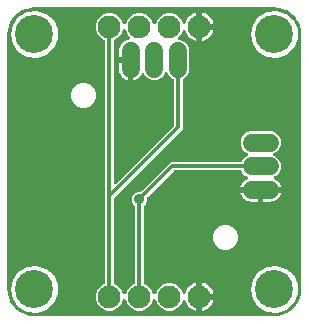
<source format=gbr>
G04 EAGLE Gerber RS-274X export*
G75*
%MOMM*%
%FSLAX34Y34*%
%LPD*%
%INBottom Copper*%
%IPPOS*%
%AMOC8*
5,1,8,0,0,1.08239X$1,22.5*%
G01*
%ADD10C,1.500000*%
%ADD11C,3.216000*%
%ADD12C,1.930400*%
%ADD13C,0.304800*%
%ADD14C,0.906400*%

G36*
X228622Y2543D02*
X228622Y2543D01*
X228700Y2545D01*
X232077Y2810D01*
X232145Y2824D01*
X232214Y2829D01*
X232370Y2869D01*
X238794Y4956D01*
X238901Y5006D01*
X239012Y5050D01*
X239063Y5083D01*
X239082Y5091D01*
X239097Y5104D01*
X239148Y5136D01*
X244612Y9107D01*
X244699Y9188D01*
X244746Y9227D01*
X244752Y9231D01*
X244753Y9232D01*
X244791Y9264D01*
X244829Y9310D01*
X244844Y9324D01*
X244855Y9342D01*
X244893Y9388D01*
X246586Y11717D01*
X246599Y11741D01*
X246616Y11761D01*
X246675Y11880D01*
X246739Y11996D01*
X246746Y12022D01*
X246758Y12046D01*
X246785Y12174D01*
X246799Y12185D01*
X246823Y12196D01*
X246925Y12280D01*
X247031Y12361D01*
X247048Y12382D01*
X247068Y12399D01*
X247171Y12523D01*
X248864Y14852D01*
X248921Y14956D01*
X248985Y15056D01*
X249007Y15113D01*
X249017Y15131D01*
X249022Y15151D01*
X249044Y15206D01*
X251131Y21630D01*
X251144Y21698D01*
X251167Y21764D01*
X251190Y21923D01*
X251455Y25300D01*
X251455Y25304D01*
X251456Y25307D01*
X251455Y25326D01*
X251459Y25400D01*
X251459Y241300D01*
X251457Y241322D01*
X251455Y241400D01*
X251190Y244777D01*
X251176Y244845D01*
X251171Y244914D01*
X251131Y245070D01*
X249044Y251494D01*
X248993Y251601D01*
X248950Y251712D01*
X248917Y251763D01*
X248909Y251782D01*
X248896Y251797D01*
X248864Y251848D01*
X247171Y254178D01*
X247153Y254197D01*
X247139Y254220D01*
X247044Y254313D01*
X246953Y254409D01*
X246931Y254424D01*
X246912Y254442D01*
X246798Y254508D01*
X246792Y254524D01*
X246789Y254551D01*
X246740Y254675D01*
X246697Y254800D01*
X246682Y254822D01*
X246672Y254847D01*
X246586Y254983D01*
X244893Y257312D01*
X244812Y257399D01*
X244736Y257491D01*
X244690Y257529D01*
X244676Y257544D01*
X244658Y257555D01*
X244612Y257593D01*
X239148Y261564D01*
X239044Y261621D01*
X238944Y261685D01*
X238887Y261707D01*
X238869Y261717D01*
X238849Y261722D01*
X238794Y261744D01*
X232370Y263831D01*
X232302Y263844D01*
X232236Y263867D01*
X232077Y263890D01*
X228700Y264155D01*
X228678Y264154D01*
X228600Y264159D01*
X25400Y264159D01*
X25378Y264157D01*
X25300Y264155D01*
X21923Y263890D01*
X21855Y263876D01*
X21786Y263871D01*
X21630Y263831D01*
X18892Y262941D01*
X18867Y262930D01*
X18841Y262924D01*
X18724Y262863D01*
X18604Y262806D01*
X18583Y262789D01*
X18560Y262777D01*
X18462Y262689D01*
X18445Y262688D01*
X18418Y262693D01*
X18286Y262685D01*
X18153Y262683D01*
X18128Y262675D01*
X18101Y262674D01*
X17945Y262634D01*
X15206Y261744D01*
X15099Y261693D01*
X14988Y261650D01*
X14937Y261617D01*
X14918Y261609D01*
X14903Y261596D01*
X14852Y261564D01*
X9388Y257593D01*
X9301Y257512D01*
X9209Y257436D01*
X9171Y257390D01*
X9156Y257376D01*
X9145Y257358D01*
X9107Y257312D01*
X5136Y251848D01*
X5079Y251744D01*
X5015Y251644D01*
X4993Y251587D01*
X4983Y251569D01*
X4978Y251549D01*
X4956Y251494D01*
X2869Y245070D01*
X2856Y245002D01*
X2833Y244936D01*
X2810Y244777D01*
X2545Y241400D01*
X2546Y241378D01*
X2541Y241300D01*
X2541Y25400D01*
X2543Y25378D01*
X2545Y25300D01*
X2810Y21923D01*
X2824Y21855D01*
X2829Y21786D01*
X2869Y21630D01*
X4956Y15206D01*
X5006Y15099D01*
X5050Y14988D01*
X5083Y14937D01*
X5091Y14918D01*
X5104Y14903D01*
X5136Y14852D01*
X9107Y9388D01*
X9127Y9366D01*
X9138Y9348D01*
X9184Y9305D01*
X9188Y9301D01*
X9264Y9209D01*
X9310Y9171D01*
X9324Y9156D01*
X9342Y9145D01*
X9388Y9107D01*
X14852Y5136D01*
X14956Y5079D01*
X15056Y5015D01*
X15113Y4993D01*
X15131Y4983D01*
X15151Y4978D01*
X15206Y4956D01*
X17945Y4066D01*
X17971Y4061D01*
X17996Y4051D01*
X18127Y4031D01*
X18257Y4006D01*
X18284Y4008D01*
X18310Y4004D01*
X18441Y4018D01*
X18455Y4008D01*
X18474Y3989D01*
X18585Y3917D01*
X18694Y3842D01*
X18719Y3832D01*
X18742Y3818D01*
X18892Y3759D01*
X21630Y2869D01*
X21698Y2856D01*
X21764Y2833D01*
X21923Y2810D01*
X25300Y2545D01*
X25322Y2546D01*
X25400Y2541D01*
X228600Y2541D01*
X228622Y2543D01*
G37*
%LPC*%
G36*
X162245Y7157D02*
X162245Y7157D01*
X160420Y7751D01*
X158710Y8622D01*
X157157Y9750D01*
X155800Y11107D01*
X154672Y12660D01*
X153801Y14370D01*
X153373Y15686D01*
X153360Y15713D01*
X153353Y15742D01*
X153292Y15857D01*
X153237Y15974D01*
X153218Y15997D01*
X153204Y16024D01*
X153117Y16119D01*
X153035Y16219D01*
X153010Y16237D01*
X152990Y16259D01*
X152882Y16330D01*
X152777Y16406D01*
X152750Y16417D01*
X152725Y16434D01*
X152602Y16476D01*
X152482Y16523D01*
X152452Y16527D01*
X152424Y16537D01*
X152295Y16547D01*
X152166Y16563D01*
X152137Y16560D01*
X152107Y16562D01*
X151979Y16540D01*
X151851Y16524D01*
X151823Y16513D01*
X151794Y16508D01*
X151676Y16455D01*
X151555Y16407D01*
X151531Y16389D01*
X151504Y16377D01*
X151403Y16296D01*
X151297Y16220D01*
X151278Y16197D01*
X151255Y16179D01*
X151177Y16075D01*
X151095Y15975D01*
X151082Y15948D01*
X151064Y15924D01*
X150993Y15780D01*
X149606Y12431D01*
X146319Y9144D01*
X142024Y7365D01*
X137376Y7365D01*
X133081Y9144D01*
X129794Y12431D01*
X128173Y16346D01*
X128104Y16467D01*
X128039Y16589D01*
X128025Y16604D01*
X128015Y16622D01*
X127918Y16722D01*
X127825Y16825D01*
X127808Y16836D01*
X127794Y16851D01*
X127675Y16923D01*
X127559Y17000D01*
X127540Y17006D01*
X127523Y17017D01*
X127390Y17058D01*
X127258Y17103D01*
X127238Y17104D01*
X127219Y17110D01*
X127080Y17117D01*
X126941Y17128D01*
X126921Y17125D01*
X126901Y17125D01*
X126765Y17097D01*
X126628Y17074D01*
X126609Y17065D01*
X126590Y17061D01*
X126464Y17000D01*
X126338Y16943D01*
X126322Y16930D01*
X126304Y16921D01*
X126198Y16831D01*
X126090Y16744D01*
X126077Y16728D01*
X126062Y16715D01*
X125982Y16601D01*
X125898Y16490D01*
X125886Y16465D01*
X125879Y16455D01*
X125872Y16436D01*
X125827Y16346D01*
X124206Y12431D01*
X120919Y9144D01*
X116624Y7365D01*
X111976Y7365D01*
X107681Y9144D01*
X104394Y12431D01*
X102773Y16346D01*
X102704Y16467D01*
X102639Y16590D01*
X102625Y16605D01*
X102615Y16622D01*
X102518Y16722D01*
X102425Y16825D01*
X102408Y16836D01*
X102394Y16851D01*
X102275Y16923D01*
X102159Y17000D01*
X102140Y17006D01*
X102123Y17017D01*
X101990Y17058D01*
X101858Y17103D01*
X101838Y17104D01*
X101819Y17110D01*
X101680Y17117D01*
X101541Y17128D01*
X101521Y17125D01*
X101501Y17126D01*
X101365Y17097D01*
X101228Y17074D01*
X101209Y17065D01*
X101190Y17061D01*
X101064Y17000D01*
X100938Y16943D01*
X100922Y16930D01*
X100904Y16922D01*
X100798Y16831D01*
X100690Y16744D01*
X100677Y16728D01*
X100662Y16715D01*
X100582Y16601D01*
X100498Y16490D01*
X100486Y16465D01*
X100479Y16455D01*
X100472Y16436D01*
X100427Y16346D01*
X98806Y12431D01*
X95519Y9144D01*
X91224Y7365D01*
X86576Y7365D01*
X82281Y9144D01*
X78994Y12431D01*
X77215Y16726D01*
X77215Y21374D01*
X78994Y25669D01*
X82281Y28956D01*
X84560Y29900D01*
X84585Y29914D01*
X84613Y29923D01*
X84723Y29993D01*
X84836Y30057D01*
X84857Y30078D01*
X84882Y30094D01*
X84971Y30188D01*
X85064Y30278D01*
X85080Y30304D01*
X85100Y30325D01*
X85163Y30439D01*
X85231Y30550D01*
X85239Y30578D01*
X85254Y30604D01*
X85286Y30729D01*
X85324Y30854D01*
X85326Y30883D01*
X85333Y30912D01*
X85343Y31072D01*
X85343Y235628D01*
X85340Y235657D01*
X85342Y235686D01*
X85320Y235815D01*
X85303Y235943D01*
X85293Y235971D01*
X85288Y236000D01*
X85234Y236118D01*
X85186Y236239D01*
X85169Y236263D01*
X85157Y236290D01*
X85076Y236391D01*
X85000Y236496D01*
X84977Y236515D01*
X84958Y236538D01*
X84855Y236616D01*
X84755Y236699D01*
X84728Y236712D01*
X84704Y236729D01*
X84560Y236800D01*
X82281Y237744D01*
X78994Y241031D01*
X77215Y245326D01*
X77215Y249974D01*
X78994Y254269D01*
X82281Y257556D01*
X86576Y259335D01*
X91224Y259335D01*
X95519Y257556D01*
X98806Y254269D01*
X100427Y250354D01*
X100496Y250234D01*
X100561Y250111D01*
X100575Y250096D01*
X100585Y250078D01*
X100682Y249978D01*
X100775Y249875D01*
X100792Y249864D01*
X100806Y249850D01*
X100924Y249777D01*
X101041Y249700D01*
X101060Y249694D01*
X101077Y249683D01*
X101210Y249642D01*
X101342Y249597D01*
X101362Y249596D01*
X101381Y249590D01*
X101520Y249583D01*
X101659Y249572D01*
X101679Y249575D01*
X101699Y249575D01*
X101835Y249603D01*
X101972Y249626D01*
X101990Y249635D01*
X102010Y249639D01*
X102136Y249700D01*
X102262Y249757D01*
X102278Y249770D01*
X102296Y249779D01*
X102402Y249869D01*
X102510Y249956D01*
X102523Y249972D01*
X102538Y249985D01*
X102618Y250099D01*
X102702Y250210D01*
X102714Y250235D01*
X102721Y250245D01*
X102728Y250264D01*
X102773Y250354D01*
X104394Y254269D01*
X107681Y257556D01*
X111976Y259335D01*
X116624Y259335D01*
X120919Y257556D01*
X124206Y254269D01*
X125827Y250354D01*
X125896Y250234D01*
X125961Y250111D01*
X125975Y250096D01*
X125985Y250078D01*
X126082Y249978D01*
X126175Y249875D01*
X126192Y249864D01*
X126206Y249850D01*
X126324Y249777D01*
X126441Y249700D01*
X126460Y249694D01*
X126477Y249683D01*
X126610Y249642D01*
X126742Y249597D01*
X126762Y249596D01*
X126781Y249590D01*
X126920Y249583D01*
X127059Y249572D01*
X127079Y249575D01*
X127099Y249575D01*
X127235Y249603D01*
X127372Y249626D01*
X127390Y249635D01*
X127410Y249639D01*
X127536Y249700D01*
X127662Y249757D01*
X127678Y249770D01*
X127696Y249779D01*
X127802Y249869D01*
X127910Y249956D01*
X127923Y249972D01*
X127938Y249985D01*
X128018Y250099D01*
X128102Y250210D01*
X128114Y250235D01*
X128121Y250245D01*
X128128Y250264D01*
X128173Y250354D01*
X129794Y254269D01*
X133081Y257556D01*
X137376Y259335D01*
X142024Y259335D01*
X146319Y257556D01*
X149606Y254269D01*
X150993Y250920D01*
X151008Y250894D01*
X151017Y250866D01*
X151086Y250756D01*
X151150Y250644D01*
X151171Y250622D01*
X151187Y250597D01*
X151281Y250509D01*
X151372Y250415D01*
X151397Y250400D01*
X151419Y250379D01*
X151532Y250317D01*
X151643Y250249D01*
X151671Y250240D01*
X151698Y250226D01*
X151823Y250194D01*
X151947Y250156D01*
X151977Y250154D01*
X152006Y250147D01*
X152135Y250147D01*
X152264Y250140D01*
X152294Y250146D01*
X152324Y250146D01*
X152449Y250179D01*
X152576Y250205D01*
X152603Y250218D01*
X152632Y250225D01*
X152745Y250287D01*
X152862Y250344D01*
X152884Y250364D01*
X152911Y250378D01*
X153005Y250467D01*
X153104Y250551D01*
X153121Y250575D01*
X153143Y250596D01*
X153212Y250705D01*
X153287Y250811D01*
X153297Y250839D01*
X153313Y250864D01*
X153373Y251014D01*
X153801Y252330D01*
X154672Y254040D01*
X155800Y255593D01*
X157157Y256950D01*
X158710Y258078D01*
X160420Y258949D01*
X162245Y259543D01*
X162601Y259599D01*
X162601Y248880D01*
X162616Y248762D01*
X162623Y248643D01*
X162635Y248605D01*
X162641Y248565D01*
X162684Y248454D01*
X162721Y248341D01*
X162743Y248307D01*
X162758Y248269D01*
X162827Y248173D01*
X162891Y248072D01*
X162921Y248044D01*
X162944Y248012D01*
X163036Y247936D01*
X163123Y247854D01*
X163158Y247835D01*
X163189Y247809D01*
X163297Y247758D01*
X163401Y247701D01*
X163441Y247691D01*
X163477Y247673D01*
X163584Y247653D01*
X163554Y247649D01*
X163444Y247605D01*
X163331Y247569D01*
X163296Y247547D01*
X163259Y247532D01*
X163162Y247462D01*
X163062Y247399D01*
X163034Y247369D01*
X163001Y247345D01*
X162925Y247254D01*
X162844Y247167D01*
X162824Y247132D01*
X162799Y247100D01*
X162748Y246993D01*
X162690Y246888D01*
X162680Y246849D01*
X162663Y246813D01*
X162641Y246696D01*
X162611Y246580D01*
X162607Y246520D01*
X162603Y246500D01*
X162605Y246480D01*
X162601Y246420D01*
X162601Y235701D01*
X162245Y235757D01*
X160420Y236351D01*
X158710Y237222D01*
X157157Y238350D01*
X155800Y239707D01*
X154672Y241260D01*
X153801Y242970D01*
X153373Y244286D01*
X153360Y244313D01*
X153353Y244342D01*
X153292Y244457D01*
X153237Y244574D01*
X153218Y244597D01*
X153204Y244624D01*
X153117Y244719D01*
X153035Y244819D01*
X153010Y244837D01*
X152990Y244859D01*
X152882Y244930D01*
X152777Y245006D01*
X152750Y245017D01*
X152725Y245034D01*
X152602Y245076D01*
X152482Y245123D01*
X152452Y245127D01*
X152424Y245137D01*
X152295Y245147D01*
X152166Y245163D01*
X152137Y245160D01*
X152107Y245162D01*
X151979Y245140D01*
X151851Y245124D01*
X151823Y245113D01*
X151794Y245108D01*
X151676Y245055D01*
X151555Y245007D01*
X151531Y244989D01*
X151504Y244977D01*
X151403Y244896D01*
X151297Y244820D01*
X151278Y244797D01*
X151255Y244779D01*
X151177Y244675D01*
X151095Y244575D01*
X151082Y244548D01*
X151064Y244524D01*
X150993Y244380D01*
X149606Y241031D01*
X147314Y238739D01*
X147229Y238630D01*
X147140Y238523D01*
X147132Y238504D01*
X147119Y238488D01*
X147064Y238360D01*
X147005Y238235D01*
X147001Y238215D01*
X146993Y238196D01*
X146971Y238058D01*
X146945Y237922D01*
X146946Y237902D01*
X146943Y237882D01*
X146956Y237743D01*
X146965Y237605D01*
X146971Y237586D01*
X146973Y237566D01*
X147020Y237434D01*
X147063Y237303D01*
X147074Y237285D01*
X147080Y237266D01*
X147159Y237151D01*
X147233Y237034D01*
X147248Y237020D01*
X147259Y237003D01*
X147363Y236911D01*
X147465Y236816D01*
X147482Y236806D01*
X147497Y236793D01*
X147622Y236729D01*
X147743Y236662D01*
X147763Y236657D01*
X147781Y236648D01*
X147917Y236618D01*
X148051Y236583D01*
X148079Y236581D01*
X148091Y236578D01*
X148111Y236579D01*
X148212Y236573D01*
X148896Y236573D01*
X152400Y235121D01*
X155081Y232440D01*
X156533Y228936D01*
X156533Y210144D01*
X155081Y206640D01*
X152400Y203959D01*
X151660Y203652D01*
X151635Y203638D01*
X151607Y203628D01*
X151497Y203559D01*
X151384Y203495D01*
X151363Y203474D01*
X151338Y203458D01*
X151249Y203364D01*
X151156Y203273D01*
X151140Y203248D01*
X151120Y203227D01*
X151057Y203113D01*
X150989Y203002D01*
X150981Y202974D01*
X150966Y202948D01*
X150934Y202823D01*
X150896Y202698D01*
X150894Y202669D01*
X150887Y202640D01*
X150877Y202480D01*
X150877Y161087D01*
X148421Y158632D01*
X92828Y103039D01*
X92768Y102960D01*
X92700Y102888D01*
X92671Y102835D01*
X92634Y102787D01*
X92594Y102696D01*
X92546Y102610D01*
X92531Y102551D01*
X92507Y102495D01*
X92492Y102397D01*
X92467Y102302D01*
X92461Y102202D01*
X92457Y102181D01*
X92459Y102169D01*
X92457Y102141D01*
X92457Y31072D01*
X92460Y31043D01*
X92458Y31014D01*
X92480Y30885D01*
X92497Y30757D01*
X92507Y30729D01*
X92512Y30700D01*
X92566Y30582D01*
X92614Y30461D01*
X92631Y30437D01*
X92643Y30410D01*
X92724Y30309D01*
X92800Y30204D01*
X92823Y30185D01*
X92842Y30162D01*
X92945Y30084D01*
X93045Y30001D01*
X93072Y29988D01*
X93096Y29971D01*
X93240Y29900D01*
X95519Y28956D01*
X98806Y25669D01*
X100427Y21754D01*
X100496Y21634D01*
X100561Y21510D01*
X100575Y21496D01*
X100585Y21478D01*
X100682Y21378D01*
X100775Y21275D01*
X100792Y21264D01*
X100806Y21249D01*
X100924Y21177D01*
X101041Y21100D01*
X101060Y21094D01*
X101077Y21083D01*
X101210Y21042D01*
X101342Y20997D01*
X101362Y20996D01*
X101381Y20990D01*
X101520Y20983D01*
X101659Y20972D01*
X101679Y20975D01*
X101699Y20974D01*
X101835Y21003D01*
X101972Y21026D01*
X101990Y21035D01*
X102010Y21039D01*
X102136Y21100D01*
X102262Y21157D01*
X102278Y21170D01*
X102296Y21178D01*
X102402Y21269D01*
X102510Y21356D01*
X102523Y21372D01*
X102538Y21385D01*
X102618Y21499D01*
X102702Y21610D01*
X102714Y21635D01*
X102721Y21645D01*
X102728Y21664D01*
X102773Y21754D01*
X104394Y25669D01*
X107681Y28956D01*
X109960Y29900D01*
X109985Y29914D01*
X110013Y29923D01*
X110123Y29993D01*
X110236Y30057D01*
X110257Y30078D01*
X110282Y30094D01*
X110371Y30188D01*
X110464Y30278D01*
X110480Y30304D01*
X110500Y30325D01*
X110563Y30439D01*
X110631Y30550D01*
X110639Y30578D01*
X110654Y30604D01*
X110686Y30729D01*
X110724Y30854D01*
X110726Y30883D01*
X110733Y30912D01*
X110743Y31072D01*
X110743Y95347D01*
X110731Y95445D01*
X110728Y95544D01*
X110711Y95602D01*
X110703Y95663D01*
X110667Y95755D01*
X110639Y95850D01*
X110609Y95902D01*
X110586Y95958D01*
X110528Y96038D01*
X110478Y96124D01*
X110412Y96199D01*
X110400Y96216D01*
X110390Y96223D01*
X110372Y96245D01*
X108735Y97881D01*
X107735Y100294D01*
X107735Y102906D01*
X108735Y105319D01*
X110581Y107165D01*
X112994Y108165D01*
X115309Y108165D01*
X115407Y108177D01*
X115506Y108180D01*
X115564Y108197D01*
X115625Y108205D01*
X115717Y108241D01*
X115812Y108269D01*
X115864Y108299D01*
X115920Y108322D01*
X116000Y108380D01*
X116086Y108430D01*
X116161Y108496D01*
X116178Y108508D01*
X116185Y108518D01*
X116207Y108536D01*
X140767Y133097D01*
X199807Y133097D01*
X199836Y133100D01*
X199866Y133098D01*
X199994Y133120D01*
X200123Y133137D01*
X200150Y133147D01*
X200179Y133152D01*
X200298Y133206D01*
X200418Y133254D01*
X200442Y133271D01*
X200469Y133283D01*
X200570Y133364D01*
X200676Y133440D01*
X200694Y133463D01*
X200717Y133482D01*
X200796Y133585D01*
X200878Y133685D01*
X200891Y133712D01*
X200909Y133736D01*
X200980Y133880D01*
X201419Y134940D01*
X204100Y137621D01*
X205901Y138367D01*
X206022Y138436D01*
X206145Y138501D01*
X206160Y138515D01*
X206177Y138525D01*
X206277Y138622D01*
X206380Y138715D01*
X206391Y138732D01*
X206406Y138746D01*
X206479Y138865D01*
X206555Y138981D01*
X206561Y139000D01*
X206572Y139017D01*
X206613Y139150D01*
X206658Y139282D01*
X206660Y139302D01*
X206665Y139321D01*
X206672Y139460D01*
X206683Y139599D01*
X206680Y139619D01*
X206681Y139639D01*
X206653Y139775D01*
X206629Y139912D01*
X206620Y139931D01*
X206616Y139950D01*
X206555Y140076D01*
X206498Y140202D01*
X206486Y140218D01*
X206477Y140236D01*
X206386Y140342D01*
X206300Y140450D01*
X206283Y140463D01*
X206270Y140478D01*
X206156Y140558D01*
X206045Y140642D01*
X206020Y140654D01*
X206010Y140661D01*
X205991Y140668D01*
X205901Y140713D01*
X204100Y141459D01*
X201419Y144140D01*
X199967Y147644D01*
X199967Y151436D01*
X201419Y154940D01*
X204100Y157621D01*
X207604Y159073D01*
X226396Y159073D01*
X229900Y157621D01*
X232581Y154940D01*
X234033Y151436D01*
X234033Y147644D01*
X232581Y144140D01*
X229900Y141459D01*
X228099Y140713D01*
X227978Y140644D01*
X227855Y140579D01*
X227840Y140565D01*
X227823Y140555D01*
X227723Y140458D01*
X227620Y140365D01*
X227609Y140348D01*
X227594Y140334D01*
X227522Y140216D01*
X227445Y140099D01*
X227439Y140080D01*
X227428Y140063D01*
X227387Y139930D01*
X227342Y139798D01*
X227340Y139778D01*
X227335Y139759D01*
X227328Y139620D01*
X227317Y139481D01*
X227320Y139461D01*
X227319Y139441D01*
X227347Y139305D01*
X227371Y139168D01*
X227380Y139149D01*
X227384Y139130D01*
X227445Y139005D01*
X227502Y138878D01*
X227514Y138862D01*
X227523Y138844D01*
X227613Y138738D01*
X227700Y138630D01*
X227717Y138617D01*
X227730Y138602D01*
X227843Y138522D01*
X227955Y138438D01*
X227980Y138426D01*
X227990Y138419D01*
X228009Y138412D01*
X228099Y138367D01*
X229900Y137621D01*
X232581Y134940D01*
X234033Y131436D01*
X234033Y127644D01*
X232581Y124140D01*
X229900Y121459D01*
X228762Y120987D01*
X228684Y120943D01*
X228602Y120907D01*
X228546Y120864D01*
X228486Y120830D01*
X228421Y120767D01*
X228350Y120712D01*
X228307Y120657D01*
X228257Y120608D01*
X228210Y120532D01*
X228155Y120461D01*
X228127Y120397D01*
X228091Y120337D01*
X228065Y120252D01*
X228029Y120170D01*
X228018Y120100D01*
X227997Y120033D01*
X227993Y119944D01*
X227979Y119855D01*
X227985Y119786D01*
X227982Y119716D01*
X228000Y119628D01*
X228009Y119539D01*
X228032Y119473D01*
X228046Y119404D01*
X228086Y119324D01*
X228116Y119239D01*
X228155Y119181D01*
X228186Y119118D01*
X228244Y119050D01*
X228294Y118976D01*
X228347Y118930D01*
X228392Y118876D01*
X228466Y118825D01*
X228533Y118766D01*
X228640Y118702D01*
X228652Y118693D01*
X228659Y118691D01*
X228671Y118684D01*
X229762Y118128D01*
X231041Y117199D01*
X232159Y116081D01*
X233088Y114802D01*
X233805Y113394D01*
X234293Y111891D01*
X234310Y111789D01*
X217980Y111789D01*
X217862Y111774D01*
X217743Y111767D01*
X217705Y111754D01*
X217665Y111749D01*
X217554Y111706D01*
X217441Y111669D01*
X217407Y111647D01*
X217369Y111632D01*
X217273Y111563D01*
X217172Y111499D01*
X217144Y111469D01*
X217112Y111446D01*
X217036Y111354D01*
X217004Y111320D01*
X216999Y111328D01*
X216969Y111356D01*
X216945Y111389D01*
X216854Y111465D01*
X216767Y111546D01*
X216732Y111566D01*
X216700Y111591D01*
X216593Y111642D01*
X216488Y111700D01*
X216449Y111710D01*
X216413Y111727D01*
X216296Y111749D01*
X216180Y111779D01*
X216120Y111783D01*
X216100Y111787D01*
X216080Y111785D01*
X216020Y111789D01*
X199690Y111789D01*
X199707Y111891D01*
X200195Y113394D01*
X200912Y114802D01*
X201841Y116081D01*
X202959Y117199D01*
X204238Y118128D01*
X205329Y118684D01*
X205403Y118734D01*
X205482Y118776D01*
X205534Y118823D01*
X205592Y118862D01*
X205651Y118930D01*
X205717Y118990D01*
X205756Y119048D01*
X205802Y119101D01*
X205843Y119181D01*
X205892Y119255D01*
X205915Y119322D01*
X205947Y119384D01*
X205966Y119472D01*
X205995Y119556D01*
X206001Y119626D01*
X206016Y119695D01*
X206013Y119784D01*
X206020Y119873D01*
X206008Y119942D01*
X206006Y120012D01*
X205981Y120098D01*
X205966Y120187D01*
X205937Y120251D01*
X205918Y120318D01*
X205872Y120395D01*
X205835Y120477D01*
X205792Y120531D01*
X205756Y120592D01*
X205693Y120655D01*
X205637Y120725D01*
X205581Y120767D01*
X205531Y120817D01*
X205454Y120862D01*
X205383Y120916D01*
X205271Y120971D01*
X205258Y120979D01*
X205251Y120981D01*
X205238Y120987D01*
X204100Y121459D01*
X201419Y124140D01*
X200980Y125200D01*
X200965Y125225D01*
X200956Y125253D01*
X200886Y125363D01*
X200822Y125476D01*
X200802Y125497D01*
X200786Y125522D01*
X200691Y125611D01*
X200601Y125704D01*
X200576Y125720D01*
X200554Y125740D01*
X200440Y125803D01*
X200330Y125871D01*
X200301Y125879D01*
X200276Y125894D01*
X200150Y125926D01*
X200026Y125964D01*
X199996Y125966D01*
X199968Y125973D01*
X199807Y125983D01*
X144239Y125983D01*
X144141Y125971D01*
X144042Y125968D01*
X143984Y125951D01*
X143923Y125943D01*
X143831Y125907D01*
X143736Y125879D01*
X143684Y125849D01*
X143628Y125826D01*
X143548Y125768D01*
X143462Y125718D01*
X143387Y125652D01*
X143370Y125640D01*
X143363Y125630D01*
X143341Y125612D01*
X121236Y103507D01*
X121176Y103428D01*
X121108Y103356D01*
X121079Y103303D01*
X121042Y103255D01*
X121002Y103164D01*
X120954Y103078D01*
X120939Y103019D01*
X120915Y102963D01*
X120900Y102865D01*
X120875Y102770D01*
X120869Y102670D01*
X120865Y102649D01*
X120867Y102637D01*
X120865Y102609D01*
X120865Y100294D01*
X119865Y97881D01*
X118228Y96245D01*
X118168Y96166D01*
X118100Y96094D01*
X118071Y96041D01*
X118034Y95993D01*
X117994Y95902D01*
X117946Y95816D01*
X117931Y95757D01*
X117907Y95701D01*
X117892Y95603D01*
X117867Y95508D01*
X117861Y95408D01*
X117857Y95387D01*
X117859Y95375D01*
X117857Y95347D01*
X117857Y31072D01*
X117860Y31043D01*
X117858Y31014D01*
X117880Y30885D01*
X117897Y30757D01*
X117907Y30729D01*
X117912Y30700D01*
X117966Y30582D01*
X118014Y30461D01*
X118031Y30437D01*
X118043Y30410D01*
X118124Y30309D01*
X118200Y30204D01*
X118223Y30185D01*
X118242Y30162D01*
X118345Y30084D01*
X118445Y30001D01*
X118472Y29988D01*
X118496Y29971D01*
X118640Y29900D01*
X120919Y28956D01*
X124206Y25669D01*
X125827Y21754D01*
X125896Y21634D01*
X125961Y21511D01*
X125975Y21496D01*
X125985Y21478D01*
X126082Y21378D01*
X126175Y21275D01*
X126192Y21264D01*
X126206Y21250D01*
X126324Y21177D01*
X126441Y21100D01*
X126460Y21094D01*
X126477Y21083D01*
X126610Y21042D01*
X126742Y20997D01*
X126762Y20996D01*
X126781Y20990D01*
X126920Y20983D01*
X127059Y20972D01*
X127079Y20975D01*
X127099Y20975D01*
X127235Y21003D01*
X127372Y21026D01*
X127390Y21035D01*
X127410Y21039D01*
X127536Y21100D01*
X127662Y21157D01*
X127678Y21170D01*
X127696Y21179D01*
X127802Y21269D01*
X127910Y21356D01*
X127923Y21372D01*
X127938Y21385D01*
X128018Y21499D01*
X128102Y21610D01*
X128114Y21635D01*
X128121Y21645D01*
X128128Y21664D01*
X128173Y21754D01*
X129794Y25669D01*
X133081Y28956D01*
X137376Y30735D01*
X142024Y30735D01*
X146319Y28956D01*
X149606Y25669D01*
X150993Y22320D01*
X150999Y22310D01*
X150999Y22309D01*
X151001Y22306D01*
X151008Y22294D01*
X151017Y22266D01*
X151086Y22156D01*
X151150Y22044D01*
X151171Y22022D01*
X151187Y21997D01*
X151281Y21909D01*
X151372Y21815D01*
X151397Y21800D01*
X151419Y21779D01*
X151532Y21717D01*
X151643Y21649D01*
X151671Y21640D01*
X151698Y21626D01*
X151823Y21594D01*
X151947Y21556D01*
X151977Y21554D01*
X152006Y21547D01*
X152135Y21547D01*
X152264Y21540D01*
X152294Y21546D01*
X152324Y21546D01*
X152449Y21579D01*
X152576Y21605D01*
X152603Y21618D01*
X152632Y21625D01*
X152745Y21687D01*
X152862Y21744D01*
X152884Y21764D01*
X152911Y21778D01*
X153005Y21867D01*
X153104Y21951D01*
X153121Y21975D01*
X153143Y21996D01*
X153212Y22105D01*
X153287Y22211D01*
X153297Y22239D01*
X153313Y22264D01*
X153373Y22414D01*
X153801Y23730D01*
X154672Y25440D01*
X155800Y26993D01*
X157157Y28350D01*
X158710Y29478D01*
X160420Y30349D01*
X162245Y30943D01*
X162601Y30999D01*
X162601Y20280D01*
X162616Y20162D01*
X162623Y20043D01*
X162635Y20005D01*
X162641Y19965D01*
X162684Y19854D01*
X162721Y19741D01*
X162743Y19707D01*
X162758Y19669D01*
X162827Y19573D01*
X162891Y19472D01*
X162921Y19444D01*
X162944Y19412D01*
X163036Y19336D01*
X163123Y19254D01*
X163158Y19235D01*
X163189Y19209D01*
X163297Y19158D01*
X163401Y19101D01*
X163441Y19091D01*
X163477Y19073D01*
X163584Y19053D01*
X163554Y19049D01*
X163444Y19005D01*
X163331Y18969D01*
X163296Y18947D01*
X163259Y18932D01*
X163162Y18862D01*
X163062Y18799D01*
X163034Y18769D01*
X163001Y18745D01*
X162925Y18654D01*
X162844Y18567D01*
X162824Y18532D01*
X162799Y18500D01*
X162748Y18393D01*
X162690Y18288D01*
X162680Y18249D01*
X162663Y18213D01*
X162641Y18096D01*
X162611Y17980D01*
X162607Y17920D01*
X162603Y17900D01*
X162605Y17880D01*
X162601Y17820D01*
X162601Y7101D01*
X162245Y7157D01*
G37*
%LPD*%
G36*
X93784Y114533D02*
X93784Y114533D01*
X93923Y114537D01*
X93943Y114543D01*
X93963Y114544D01*
X94095Y114587D01*
X94229Y114625D01*
X94246Y114636D01*
X94265Y114642D01*
X94383Y114716D01*
X94503Y114787D01*
X94524Y114806D01*
X94534Y114812D01*
X94548Y114827D01*
X94623Y114893D01*
X143392Y163661D01*
X143452Y163740D01*
X143520Y163812D01*
X143549Y163865D01*
X143586Y163913D01*
X143626Y164004D01*
X143674Y164090D01*
X143689Y164149D01*
X143713Y164205D01*
X143728Y164303D01*
X143753Y164398D01*
X143759Y164498D01*
X143763Y164519D01*
X143761Y164531D01*
X143763Y164559D01*
X143763Y202214D01*
X143760Y202244D01*
X143762Y202273D01*
X143740Y202401D01*
X143723Y202530D01*
X143713Y202557D01*
X143708Y202587D01*
X143654Y202705D01*
X143606Y202826D01*
X143589Y202850D01*
X143577Y202876D01*
X143496Y202978D01*
X143420Y203083D01*
X143397Y203102D01*
X143378Y203125D01*
X143275Y203203D01*
X143175Y203286D01*
X143148Y203298D01*
X143124Y203316D01*
X142980Y203387D01*
X141600Y203959D01*
X138919Y206640D01*
X138173Y208441D01*
X138104Y208561D01*
X138039Y208685D01*
X138025Y208700D01*
X138015Y208717D01*
X137918Y208817D01*
X137825Y208920D01*
X137808Y208931D01*
X137794Y208946D01*
X137676Y209018D01*
X137559Y209095D01*
X137540Y209101D01*
X137523Y209112D01*
X137390Y209153D01*
X137258Y209198D01*
X137238Y209200D01*
X137219Y209205D01*
X137080Y209212D01*
X136941Y209223D01*
X136921Y209220D01*
X136901Y209221D01*
X136765Y209192D01*
X136628Y209169D01*
X136609Y209160D01*
X136590Y209156D01*
X136465Y209095D01*
X136338Y209038D01*
X136322Y209026D01*
X136304Y209017D01*
X136198Y208926D01*
X136090Y208840D01*
X136077Y208823D01*
X136062Y208810D01*
X135982Y208696D01*
X135898Y208585D01*
X135886Y208560D01*
X135879Y208550D01*
X135872Y208531D01*
X135827Y208441D01*
X135081Y206640D01*
X132400Y203959D01*
X128896Y202507D01*
X125104Y202507D01*
X121600Y203959D01*
X118919Y206640D01*
X118447Y207778D01*
X118403Y207856D01*
X118367Y207938D01*
X118324Y207994D01*
X118290Y208054D01*
X118227Y208119D01*
X118172Y208190D01*
X118117Y208233D01*
X118068Y208283D01*
X117992Y208330D01*
X117921Y208385D01*
X117857Y208413D01*
X117797Y208449D01*
X117712Y208475D01*
X117629Y208511D01*
X117560Y208522D01*
X117493Y208543D01*
X117404Y208547D01*
X117315Y208561D01*
X117245Y208555D01*
X117176Y208558D01*
X117088Y208540D01*
X116999Y208531D01*
X116933Y208508D01*
X116864Y208494D01*
X116784Y208454D01*
X116699Y208424D01*
X116641Y208385D01*
X116578Y208354D01*
X116510Y208296D01*
X116436Y208246D01*
X116390Y208193D01*
X116336Y208148D01*
X116285Y208074D01*
X116226Y208007D01*
X116162Y207900D01*
X116153Y207888D01*
X116151Y207881D01*
X116144Y207869D01*
X115588Y206778D01*
X114659Y205499D01*
X113541Y204381D01*
X112262Y203452D01*
X110854Y202735D01*
X109351Y202247D01*
X109249Y202230D01*
X109249Y218560D01*
X109234Y218678D01*
X109227Y218797D01*
X109214Y218835D01*
X109209Y218875D01*
X109166Y218986D01*
X109129Y219099D01*
X109107Y219133D01*
X109092Y219171D01*
X109023Y219267D01*
X108959Y219368D01*
X108929Y219396D01*
X108906Y219428D01*
X108814Y219504D01*
X108727Y219586D01*
X108692Y219605D01*
X108661Y219631D01*
X108553Y219682D01*
X108449Y219739D01*
X108409Y219749D01*
X108373Y219767D01*
X108256Y219789D01*
X108141Y219819D01*
X108081Y219823D01*
X108061Y219826D01*
X108040Y219825D01*
X107980Y219829D01*
X107289Y219829D01*
X107289Y220520D01*
X107274Y220638D01*
X107267Y220757D01*
X107254Y220795D01*
X107249Y220836D01*
X107205Y220946D01*
X107169Y221059D01*
X107147Y221094D01*
X107132Y221131D01*
X107062Y221227D01*
X106999Y221328D01*
X106969Y221356D01*
X106945Y221389D01*
X106854Y221465D01*
X106767Y221546D01*
X106732Y221566D01*
X106700Y221591D01*
X106593Y221642D01*
X106488Y221700D01*
X106449Y221710D01*
X106413Y221727D01*
X106296Y221749D01*
X106180Y221779D01*
X106120Y221783D01*
X106100Y221787D01*
X106080Y221785D01*
X106020Y221789D01*
X96959Y221789D01*
X96959Y227830D01*
X97207Y229391D01*
X97695Y230894D01*
X98412Y232302D01*
X99341Y233581D01*
X100459Y234699D01*
X101738Y235628D01*
X103146Y236345D01*
X104649Y236833D01*
X105592Y236983D01*
X105630Y236994D01*
X105670Y236998D01*
X105783Y237038D01*
X105898Y237072D01*
X105932Y237092D01*
X105969Y237105D01*
X106069Y237173D01*
X106171Y237233D01*
X106200Y237262D01*
X106233Y237284D01*
X106312Y237374D01*
X106396Y237458D01*
X106417Y237493D01*
X106443Y237522D01*
X106497Y237629D01*
X106558Y237732D01*
X106570Y237770D01*
X106588Y237806D01*
X106614Y237922D01*
X106647Y238037D01*
X106649Y238077D01*
X106657Y238116D01*
X106654Y238236D01*
X106657Y238355D01*
X106649Y238394D01*
X106648Y238434D01*
X106614Y238549D01*
X106588Y238666D01*
X106570Y238701D01*
X106559Y238739D01*
X106498Y238842D01*
X106444Y238949D01*
X106418Y238979D01*
X106398Y239013D01*
X106291Y239134D01*
X104394Y241031D01*
X102773Y244946D01*
X102704Y245067D01*
X102639Y245189D01*
X102625Y245204D01*
X102615Y245222D01*
X102518Y245322D01*
X102425Y245425D01*
X102408Y245436D01*
X102394Y245451D01*
X102275Y245523D01*
X102159Y245600D01*
X102140Y245606D01*
X102123Y245617D01*
X101990Y245658D01*
X101858Y245703D01*
X101838Y245704D01*
X101819Y245710D01*
X101680Y245717D01*
X101541Y245728D01*
X101521Y245725D01*
X101501Y245725D01*
X101365Y245697D01*
X101228Y245674D01*
X101209Y245665D01*
X101190Y245661D01*
X101064Y245600D01*
X100938Y245543D01*
X100922Y245530D01*
X100904Y245521D01*
X100798Y245431D01*
X100690Y245344D01*
X100677Y245328D01*
X100662Y245315D01*
X100582Y245201D01*
X100498Y245090D01*
X100486Y245065D01*
X100479Y245055D01*
X100472Y245036D01*
X100427Y244946D01*
X98806Y241031D01*
X95519Y237744D01*
X93240Y236800D01*
X93215Y236786D01*
X93187Y236777D01*
X93077Y236707D01*
X92964Y236643D01*
X92943Y236622D01*
X92918Y236606D01*
X92829Y236512D01*
X92736Y236422D01*
X92720Y236396D01*
X92700Y236375D01*
X92637Y236261D01*
X92569Y236150D01*
X92561Y236122D01*
X92546Y236096D01*
X92514Y235971D01*
X92476Y235846D01*
X92474Y235817D01*
X92467Y235788D01*
X92457Y235628D01*
X92457Y115791D01*
X92474Y115653D01*
X92487Y115515D01*
X92494Y115495D01*
X92497Y115475D01*
X92548Y115346D01*
X92595Y115215D01*
X92606Y115198D01*
X92614Y115180D01*
X92695Y115068D01*
X92773Y114952D01*
X92789Y114939D01*
X92800Y114922D01*
X92908Y114834D01*
X93012Y114742D01*
X93030Y114732D01*
X93045Y114720D01*
X93171Y114660D01*
X93295Y114597D01*
X93315Y114593D01*
X93333Y114584D01*
X93469Y114558D01*
X93605Y114527D01*
X93626Y114528D01*
X93645Y114524D01*
X93784Y114533D01*
G37*
%LPC*%
G36*
X19179Y222153D02*
X19179Y222153D01*
X11929Y226339D01*
X7008Y233111D01*
X5268Y241300D01*
X7008Y249489D01*
X11929Y256261D01*
X18972Y260328D01*
X18993Y260344D01*
X19017Y260355D01*
X19119Y260439D01*
X19166Y260475D01*
X19203Y260468D01*
X19229Y260469D01*
X19256Y260465D01*
X19416Y260472D01*
X27504Y261322D01*
X35466Y258735D01*
X41687Y253134D01*
X45092Y245486D01*
X45092Y237114D01*
X41687Y229466D01*
X35466Y223865D01*
X27504Y221278D01*
X19179Y222153D01*
G37*
%LPD*%
%LPC*%
G36*
X19416Y6228D02*
X19416Y6228D01*
X19390Y6227D01*
X19364Y6232D01*
X19231Y6224D01*
X19173Y6223D01*
X19147Y6250D01*
X19125Y6265D01*
X19106Y6283D01*
X18972Y6372D01*
X11929Y10439D01*
X7008Y17211D01*
X5268Y25400D01*
X7008Y33589D01*
X11929Y40361D01*
X19179Y44547D01*
X27504Y45422D01*
X35466Y42835D01*
X41687Y37234D01*
X45092Y29586D01*
X45092Y21214D01*
X41687Y13566D01*
X35466Y7965D01*
X27504Y5378D01*
X19416Y6228D01*
G37*
%LPD*%
%LPC*%
G36*
X222379Y222153D02*
X222379Y222153D01*
X215129Y226339D01*
X210208Y233111D01*
X208468Y241300D01*
X210208Y249489D01*
X215129Y256261D01*
X222379Y260447D01*
X230704Y261322D01*
X238666Y258735D01*
X244710Y253293D01*
X244732Y253278D01*
X244750Y253259D01*
X244862Y253188D01*
X244910Y253154D01*
X244914Y253117D01*
X244924Y253092D01*
X244929Y253066D01*
X244985Y252915D01*
X248292Y245486D01*
X248292Y237114D01*
X244887Y229466D01*
X238666Y223865D01*
X230704Y221278D01*
X222379Y222153D01*
G37*
%LPD*%
%LPC*%
G36*
X222379Y6253D02*
X222379Y6253D01*
X215129Y10439D01*
X210208Y17211D01*
X208468Y25400D01*
X210208Y33589D01*
X215129Y40361D01*
X222379Y44547D01*
X230704Y45422D01*
X238666Y42835D01*
X244887Y37234D01*
X248292Y29586D01*
X248292Y21214D01*
X244985Y13785D01*
X244977Y13759D01*
X244964Y13736D01*
X244931Y13607D01*
X244914Y13552D01*
X244880Y13536D01*
X244860Y13519D01*
X244836Y13507D01*
X244710Y13407D01*
X238666Y7965D01*
X230704Y5378D01*
X222379Y6253D01*
G37*
%LPD*%
%LPC*%
G36*
X64903Y178999D02*
X64903Y178999D01*
X61029Y180604D01*
X58064Y183569D01*
X56459Y187443D01*
X56459Y191637D01*
X58064Y195511D01*
X61029Y198476D01*
X64903Y200081D01*
X69097Y200081D01*
X72971Y198476D01*
X75936Y195511D01*
X77541Y191637D01*
X77541Y187443D01*
X75936Y183569D01*
X72971Y180604D01*
X69097Y178999D01*
X64903Y178999D01*
G37*
%LPD*%
%LPC*%
G36*
X184903Y58999D02*
X184903Y58999D01*
X181029Y60604D01*
X178064Y63569D01*
X176459Y67443D01*
X176459Y71637D01*
X178064Y75511D01*
X181029Y78476D01*
X184903Y80081D01*
X189097Y80081D01*
X192971Y78476D01*
X195936Y75511D01*
X197541Y71637D01*
X197541Y67443D01*
X195936Y63569D01*
X192971Y60604D01*
X189097Y58999D01*
X184903Y58999D01*
G37*
%LPD*%
%LPC*%
G36*
X219249Y99499D02*
X219249Y99499D01*
X219249Y107291D01*
X234310Y107291D01*
X234293Y107189D01*
X233805Y105686D01*
X233088Y104278D01*
X232159Y102999D01*
X231041Y101881D01*
X229762Y100952D01*
X228354Y100235D01*
X226851Y99747D01*
X225290Y99499D01*
X219249Y99499D01*
G37*
%LPD*%
%LPC*%
G36*
X208710Y99499D02*
X208710Y99499D01*
X207149Y99747D01*
X205646Y100235D01*
X204238Y100952D01*
X202959Y101881D01*
X201841Y102999D01*
X200912Y104278D01*
X200195Y105686D01*
X199707Y107189D01*
X199690Y107291D01*
X214751Y107291D01*
X214751Y99499D01*
X208710Y99499D01*
G37*
%LPD*%
%LPC*%
G36*
X104649Y202247D02*
X104649Y202247D01*
X103146Y202735D01*
X101738Y203452D01*
X100459Y204381D01*
X99341Y205499D01*
X98412Y206778D01*
X97695Y208186D01*
X97207Y209689D01*
X96959Y211250D01*
X96959Y217291D01*
X104751Y217291D01*
X104751Y202230D01*
X104649Y202247D01*
G37*
%LPD*%
%LPC*%
G36*
X167599Y250149D02*
X167599Y250149D01*
X167599Y259599D01*
X167955Y259543D01*
X169780Y258949D01*
X171490Y258078D01*
X173043Y256950D01*
X174400Y255593D01*
X175528Y254040D01*
X176399Y252330D01*
X176993Y250505D01*
X177049Y250149D01*
X167599Y250149D01*
G37*
%LPD*%
%LPC*%
G36*
X167599Y21549D02*
X167599Y21549D01*
X167599Y30999D01*
X167955Y30943D01*
X169780Y30349D01*
X171490Y29478D01*
X173043Y28350D01*
X174400Y26993D01*
X175528Y25440D01*
X176399Y23730D01*
X176993Y21905D01*
X177049Y21549D01*
X167599Y21549D01*
G37*
%LPD*%
%LPC*%
G36*
X167599Y245151D02*
X167599Y245151D01*
X177049Y245151D01*
X176993Y244795D01*
X176399Y242970D01*
X175528Y241260D01*
X174400Y239707D01*
X173043Y238350D01*
X171490Y237222D01*
X169780Y236351D01*
X167955Y235757D01*
X167599Y235701D01*
X167599Y245151D01*
G37*
%LPD*%
%LPC*%
G36*
X167599Y16551D02*
X167599Y16551D01*
X177049Y16551D01*
X176993Y16195D01*
X176399Y14370D01*
X175528Y12660D01*
X174400Y11107D01*
X173043Y9750D01*
X171490Y8622D01*
X169780Y7751D01*
X167955Y7157D01*
X167599Y7101D01*
X167599Y16551D01*
G37*
%LPD*%
D10*
X127000Y212040D02*
X127000Y227040D01*
X107000Y227040D02*
X107000Y212040D01*
X147000Y212040D02*
X147000Y227040D01*
X209500Y149540D02*
X224500Y149540D01*
X224500Y129540D02*
X209500Y129540D01*
X209500Y109540D02*
X224500Y109540D01*
D11*
X228600Y25400D03*
X25400Y25400D03*
X228600Y241300D03*
X25400Y241300D03*
D12*
X88900Y19050D03*
X114300Y19050D03*
X139700Y19050D03*
X165100Y19050D03*
X88900Y247650D03*
X114300Y247650D03*
X139700Y247650D03*
X165100Y247650D03*
D13*
X88900Y104140D02*
X88900Y19050D01*
X88900Y104140D02*
X147320Y162560D01*
X147320Y229380D01*
X147000Y219540D01*
X88900Y247650D02*
X88900Y104140D01*
X114300Y92710D02*
X114300Y19050D01*
X114300Y101600D02*
X142240Y129540D01*
X217000Y129540D01*
D14*
X114300Y101600D03*
D13*
X114300Y92710D01*
M02*

</source>
